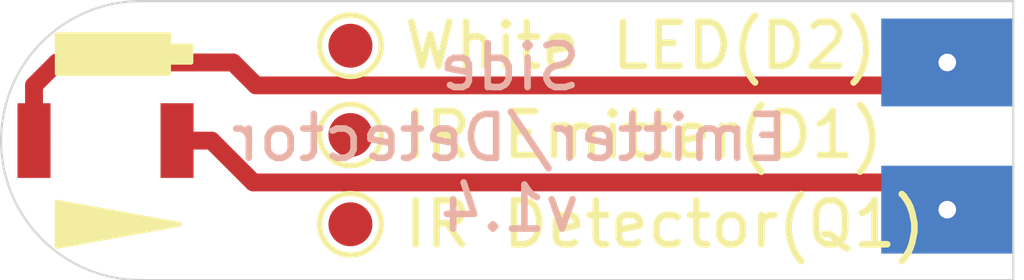
<source format=kicad_pcb>
(kicad_pcb (version 20171130) (host pcbnew "(5.1.5-0)")

  (general
    (thickness 1.6)
    (drawings 8)
    (tracks 12)
    (zones 0)
    (modules 5)
    (nets 3)
  )

  (page A4)
  (title_block
    (date 2020-01-15)
    (rev 1.3)
  )

  (layers
    (0 F.Cu signal)
    (31 B.Cu signal)
    (32 B.Adhes user)
    (33 F.Adhes user)
    (34 B.Paste user)
    (35 F.Paste user)
    (36 B.SilkS user)
    (37 F.SilkS user)
    (38 B.Mask user)
    (39 F.Mask user)
    (40 Dwgs.User user)
    (41 Cmts.User user)
    (42 Eco1.User user)
    (43 Eco2.User user)
    (44 Edge.Cuts user)
    (45 Margin user)
    (46 B.CrtYd user)
    (47 F.CrtYd user)
    (48 B.Fab user)
    (49 F.Fab user)
  )

  (setup
    (last_trace_width 0.25)
    (user_trace_width 0.4064)
    (trace_clearance 0.2)
    (zone_clearance 0.508)
    (zone_45_only no)
    (trace_min 0.2)
    (via_size 0.8)
    (via_drill 0.4)
    (via_min_size 0.4)
    (via_min_drill 0.3)
    (uvia_size 0.3)
    (uvia_drill 0.1)
    (uvias_allowed no)
    (uvia_min_size 0.2)
    (uvia_min_drill 0.1)
    (edge_width 0.05)
    (segment_width 0.2)
    (pcb_text_width 0.3)
    (pcb_text_size 1.5 1.5)
    (mod_edge_width 0.12)
    (mod_text_size 1 1)
    (mod_text_width 0.15)
    (pad_size 1.524 1.524)
    (pad_drill 0.762)
    (pad_to_mask_clearance 0.051)
    (solder_mask_min_width 0.25)
    (aux_axis_origin 0 0)
    (grid_origin 127.000001 96.520001)
    (visible_elements FFFFFF7F)
    (pcbplotparams
      (layerselection 0x010fc_ffffffff)
      (usegerberextensions false)
      (usegerberattributes false)
      (usegerberadvancedattributes false)
      (creategerberjobfile false)
      (excludeedgelayer true)
      (linewidth 0.100000)
      (plotframeref false)
      (viasonmask false)
      (mode 1)
      (useauxorigin false)
      (hpglpennumber 1)
      (hpglpenspeed 20)
      (hpglpendiameter 15.000000)
      (psnegative false)
      (psa4output false)
      (plotreference true)
      (plotvalue true)
      (plotinvisibletext false)
      (padsonsilk false)
      (subtractmaskfromsilk false)
      (outputformat 1)
      (mirror false)
      (drillshape 1)
      (scaleselection 1)
      (outputdirectory ""))
  )

  (net 0 "")
  (net 1 "Net-(D1-Pad1)")
  (net 2 "Net-(D1-Pad2)")

  (net_class Default "This is the default net class."
    (clearance 0.2)
    (trace_width 0.25)
    (via_dia 0.8)
    (via_drill 0.4)
    (uvia_dia 0.3)
    (uvia_drill 0.1)
    (add_net "Net-(D1-Pad1)")
    (add_net "Net-(D1-Pad2)")
  )

  (module TestPoint:TestPoint_Pad_D1.0mm (layer F.Cu) (tedit 5A0F774F) (tstamp 5E1FD47B)
    (at 131.7625 95.123)
    (descr "SMD pad as test Point, diameter 1.0mm")
    (tags "test point SMD pad")
    (path /5E1FD6F8)
    (attr virtual)
    (fp_text reference "IR Detector(Q1)" (at 1.143 0) (layer F.SilkS)
      (effects (font (size 1 1) (thickness 0.15)) (justify left))
    )
    (fp_text value TestPoint (at 0 1.55) (layer F.Fab) hide
      (effects (font (size 1 1) (thickness 0.15)))
    )
    (fp_circle (center 0 0) (end 0 0.7) (layer F.SilkS) (width 0.12))
    (fp_circle (center 0 0) (end 1 0) (layer F.CrtYd) (width 0.05))
    (fp_text user %R (at 0 -1.45) (layer F.Fab) hide
      (effects (font (size 1 1) (thickness 0.15)))
    )
    (pad 1 smd circle (at 0 0) (size 1 1) (layers F.Cu F.Mask))
  )

  (module TestPoint:TestPoint_Pad_D1.0mm (layer F.Cu) (tedit 5A0F774F) (tstamp 5E1FD473)
    (at 131.7625 93.091)
    (descr "SMD pad as test Point, diameter 1.0mm")
    (tags "test point SMD pad")
    (path /5E1FD3D4)
    (attr virtual)
    (fp_text reference "IR Emitter(D1)" (at 1.143 0) (layer F.SilkS)
      (effects (font (size 1 1) (thickness 0.15)) (justify left))
    )
    (fp_text value TestPoint (at 0 1.55) (layer F.Fab) hide
      (effects (font (size 1 1) (thickness 0.15)))
    )
    (fp_circle (center 0 0) (end 0 0.7) (layer F.SilkS) (width 0.12))
    (fp_circle (center 0 0) (end 1 0) (layer F.CrtYd) (width 0.05))
    (fp_text user %R (at 0 -1.45) (layer F.Fab) hide
      (effects (font (size 1 1) (thickness 0.15)))
    )
    (pad 1 smd circle (at 0 0) (size 1 1) (layers F.Cu F.Mask))
  )

  (module TestPoint:TestPoint_Pad_D1.0mm (layer F.Cu) (tedit 5A0F774F) (tstamp 5E1FD46B)
    (at 131.7625 91.059)
    (descr "SMD pad as test Point, diameter 1.0mm")
    (tags "test point SMD pad")
    (path /5E1FCF15)
    (attr virtual)
    (fp_text reference "White LED(D2)" (at 1.143 0) (layer F.SilkS)
      (effects (font (size 1 1) (thickness 0.15)) (justify left))
    )
    (fp_text value TestPoint (at 0 1.55) (layer F.Fab) hide
      (effects (font (size 1 1) (thickness 0.15)))
    )
    (fp_circle (center 0 0) (end 0 0.7) (layer F.SilkS) (width 0.12))
    (fp_circle (center 0 0) (end 1 0) (layer F.CrtYd) (width 0.05))
    (fp_text user %R (at 0 -1.45) (layer F.Fab) hide
      (effects (font (size 1 1) (thickness 0.15)))
    )
    (pad 1 smd circle (at 0 0) (size 1 1) (layers F.Cu F.Mask))
  )

  (module asl_footprints:1206_reverse_smd (layer F.Cu) (tedit 5E87BE74) (tstamp 5E1FD2C0)
    (at 126.198001 93.218001 180)
    (path /5E1F7DFD)
    (fp_text reference D1 (at -3.341999 0.000001 180) (layer F.SilkS) hide
      (effects (font (size 1 1) (thickness 0.15)))
    )
    (fp_text value LED (at 0.635 -1.905) (layer F.Fab) hide
      (effects (font (size 1 1) (thickness 0.15)))
    )
    (pad "" np_thru_hole circle (at 0 0 270) (size 2.3 2.3) (drill 2.3) (layers *.Cu *.Mask))
    (pad 2 smd rect (at 1.625 0 270) (size 1.7 0.75) (layers F.Cu F.Paste F.Mask)
      (net 2 "Net-(D1-Pad2)"))
    (pad 1 smd rect (at -1.625 0 270) (size 1.7 0.75) (layers F.Cu F.Paste F.Mask)
      (net 1 "Net-(D1-Pad1)"))
    (model ${KIPRJMOD}/libs/3d/reverse_LED.step
      (at (xyz 0 0 0))
      (scale (xyz 1 1 1))
      (rotate (xyz 0 0 0))
    )
  )

  (module asl_footprints:board_to_board_joint (layer B.Cu) (tedit 5E1E2791) (tstamp 5E1F7BE3)
    (at 146.823001 93.115 270)
    (path /5E1F9446)
    (fp_text reference J1 (at -1.675 3.948001 270) (layer B.SilkS) hide
      (effects (font (size 1 1) (thickness 0.15)) (justify mirror))
    )
    (fp_text value Conn_01x02_Male (at 0 -2.54 270) (layer B.Fab) hide
      (effects (font (size 1 1) (thickness 0.15)) (justify mirror))
    )
    (pad 2 smd rect (at 1.675 1.5 270) (size 2 3) (layers B.Cu B.Paste B.Mask)
      (net 1 "Net-(D1-Pad1)"))
    (pad 1 smd rect (at -1.675 1.5 270) (size 2 3) (layers B.Cu B.Paste B.Mask)
      (net 2 "Net-(D1-Pad2)"))
  )

  (gr_text "Side\nEmitter/Detector\nv1.4" (at 135.382 93.1545) (layer B.SilkS)
    (effects (font (size 1 1) (thickness 0.15)) (justify mirror))
  )
  (gr_poly (pts (xy 128.143 91.44) (xy 127.635 91.44) (xy 127.635 91.059) (xy 128.143 91.059)) (layer F.SilkS) (width 0.1))
  (gr_poly (pts (xy 127.635 91.694) (xy 125.095 91.694) (xy 125.095 90.805) (xy 127.635 90.805)) (layer F.SilkS) (width 0.1))
  (gr_poly (pts (xy 127.889 95.123) (xy 125.095 95.631) (xy 125.095 94.615)) (layer F.SilkS) (width 0.1) (tstamp 5E1FD2E7))
  (gr_arc (start 127.000001 93.218001) (end 127.000001 90.043001) (angle -180) (layer Edge.Cuts) (width 0.05) (tstamp 5E1FD2DF))
  (gr_line (start 146.823001 90.043) (end 127.000001 90.043001) (layer Edge.Cuts) (width 0.05))
  (gr_line (start 146.823001 90.043) (end 146.823001 96.393) (layer Edge.Cuts) (width 0.05))
  (gr_line (start 127 96.393) (end 146.823001 96.393) (layer Edge.Cuts) (width 0.05))

  (via (at 145.323001 94.79) (size 0.8) (drill 0.4) (layers F.Cu B.Cu) (net 1))
  (segment (start 128.604401 93.218001) (end 129.5569 94.1705) (width 0.4064) (layer F.Cu) (net 1))
  (segment (start 129.5569 94.1705) (end 144.703501 94.1705) (width 0.4064) (layer F.Cu) (net 1))
  (segment (start 144.703501 94.1705) (end 145.323001 94.79) (width 0.4064) (layer F.Cu) (net 1))
  (segment (start 127.823001 93.218001) (end 128.604401 93.218001) (width 0.4064) (layer F.Cu) (net 1))
  (via (at 145.323001 91.44) (size 0.8) (drill 0.4) (layers F.Cu B.Cu) (net 2))
  (segment (start 129.0955 91.44) (end 129.617701 91.962201) (width 0.4064) (layer F.Cu) (net 2))
  (segment (start 125.094602 91.44) (end 129.0955 91.44) (width 0.4064) (layer F.Cu) (net 2))
  (segment (start 124.573001 91.961601) (end 125.094602 91.44) (width 0.4064) (layer F.Cu) (net 2))
  (segment (start 129.617701 91.962201) (end 144.8008 91.962201) (width 0.4064) (layer F.Cu) (net 2))
  (segment (start 144.8008 91.962201) (end 145.323001 91.44) (width 0.4064) (layer F.Cu) (net 2))
  (segment (start 124.573001 93.218001) (end 124.573001 91.961601) (width 0.4064) (layer F.Cu) (net 2))

)

</source>
